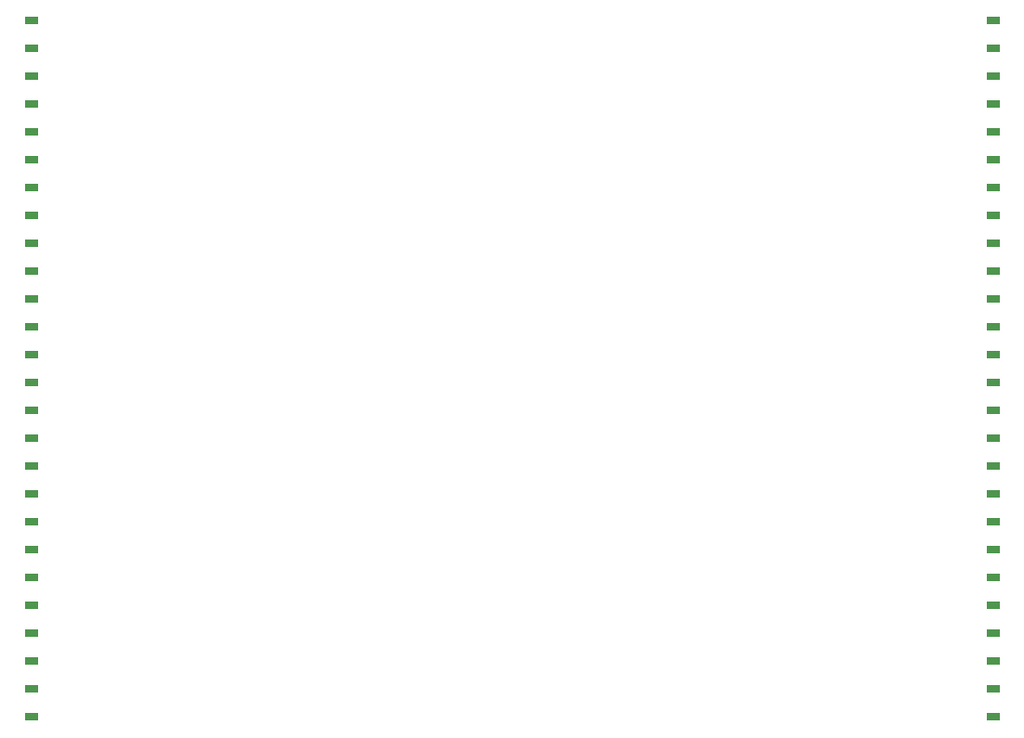
<source format=gtp>
G75*
%MOIN*%
%OFA0B0*%
%FSLAX25Y25*%
%IPPOS*%
%LPD*%
%AMOC8*
5,1,8,0,0,1.08239X$1,22.5*
%
%ADD10R,0.05000X0.02500*%
D10*
X0032500Y0030000D03*
X0032500Y0040000D03*
X0032500Y0050000D03*
X0032500Y0060000D03*
X0032500Y0070000D03*
X0032500Y0080000D03*
X0032500Y0090000D03*
X0032500Y0100000D03*
X0032500Y0110000D03*
X0032500Y0120000D03*
X0032500Y0130000D03*
X0032500Y0140000D03*
X0032500Y0150000D03*
X0032500Y0160000D03*
X0032500Y0170000D03*
X0032500Y0180000D03*
X0032500Y0190000D03*
X0032500Y0200000D03*
X0032500Y0210000D03*
X0032500Y0220000D03*
X0032500Y0230000D03*
X0032500Y0240000D03*
X0032500Y0250000D03*
X0032500Y0260000D03*
X0032500Y0270000D03*
X0032500Y0280000D03*
X0377500Y0280000D03*
X0377500Y0270000D03*
X0377500Y0260000D03*
X0377500Y0250000D03*
X0377500Y0240000D03*
X0377500Y0230000D03*
X0377500Y0220000D03*
X0377500Y0210000D03*
X0377500Y0200000D03*
X0377500Y0190000D03*
X0377500Y0180000D03*
X0377500Y0170000D03*
X0377500Y0160000D03*
X0377500Y0150000D03*
X0377500Y0140000D03*
X0377500Y0130000D03*
X0377500Y0120000D03*
X0377500Y0110000D03*
X0377500Y0100000D03*
X0377500Y0090000D03*
X0377500Y0080000D03*
X0377500Y0070000D03*
X0377500Y0060000D03*
X0377500Y0050000D03*
X0377500Y0040000D03*
X0377500Y0030000D03*
M02*

</source>
